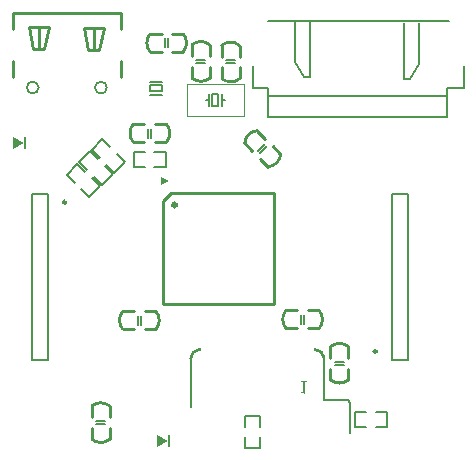
<source format=gbo>
G04*
G04 #@! TF.GenerationSoftware,Altium Limited,Altium Designer,21.5.1 (32)*
G04*
G04 Layer_Color=32896*
%FSLAX25Y25*%
%MOIN*%
G70*
G04*
G04 #@! TF.SameCoordinates,7B5D3A8B-CDFD-4B31-A324-F985B6E4613D*
G04*
G04*
G04 #@! TF.FilePolarity,Positive*
G04*
G01*
G75*
%ADD10C,0.01000*%
%ADD11C,0.00984*%
%ADD12C,0.00500*%
%ADD13C,0.00787*%
%ADD14C,0.00800*%
%ADD67C,0.00591*%
%ADD68C,0.01575*%
%ADD69C,0.00600*%
%ADD70C,0.00394*%
%ADD71R,0.00787X0.03937*%
G36*
X57932Y12369D02*
Y8432D01*
X61475Y10400D01*
X57932Y12369D01*
D02*
G37*
G36*
X9918Y111669D02*
Y107731D01*
X13461Y109700D01*
X9918Y111669D01*
D02*
G37*
G36*
X61833Y96950D02*
X59077Y95572D01*
Y98328D01*
X61833Y96950D01*
D02*
G37*
G36*
X107679Y29913D02*
X107391D01*
X107324Y29908D01*
X107269Y29902D01*
X107224Y29891D01*
X107185Y29874D01*
X107152Y29863D01*
X107130Y29852D01*
X107119Y29847D01*
X107113Y29841D01*
X107080Y29808D01*
X107058Y29769D01*
X107041Y29730D01*
X107030Y29691D01*
X107024Y29658D01*
X107019Y29630D01*
Y29608D01*
Y29602D01*
Y26061D01*
X106825D01*
X106786Y26134D01*
X106741Y26195D01*
X106702Y26245D01*
X106658Y26283D01*
X106625Y26311D01*
X106597Y26333D01*
X106575Y26344D01*
X106569Y26350D01*
X106508Y26378D01*
X106442Y26395D01*
X106369Y26411D01*
X106303Y26417D01*
X106242Y26422D01*
X106197Y26428D01*
X105887D01*
Y26683D01*
X106358D01*
X106414Y26689D01*
X106458Y26705D01*
X106480Y26722D01*
X106486Y26728D01*
X106514Y26761D01*
X106525Y26794D01*
X106530Y26822D01*
Y26827D01*
Y26833D01*
Y29602D01*
X106525Y29658D01*
X106519Y29708D01*
X106503Y29747D01*
X106486Y29780D01*
X106469Y29808D01*
X106458Y29824D01*
X106447Y29836D01*
X106442Y29841D01*
X106403Y29863D01*
X106364Y29880D01*
X106264Y29902D01*
X106225Y29908D01*
X106186Y29913D01*
X105887D01*
Y30169D01*
X107679D01*
Y29913D01*
D02*
G37*
D10*
X113427Y37816D02*
G03*
X110474Y40769I-2953J0D01*
G01*
X71970Y40769D02*
G03*
X69017Y37816I0J-2953D01*
G01*
X61000Y110000D02*
G03*
X60948Y115856I-3545J2897D01*
G01*
X49800Y115800D02*
G03*
X49852Y109944I3545J-2897D01*
G01*
X55400Y145900D02*
G03*
X55452Y140044I3545J-2897D01*
G01*
X66600Y140100D02*
G03*
X66548Y145956I-3545J2897D01*
G01*
X69500Y131200D02*
G03*
X75356Y131252I2897J3545D01*
G01*
X75300Y142400D02*
G03*
X69444Y142348I-2897J-3545D01*
G01*
X79400Y131000D02*
G03*
X85256Y131052I2897J3545D01*
G01*
X85200Y142200D02*
G03*
X79344Y142148I-2897J-3545D01*
G01*
X94905Y101694D02*
G03*
X99009Y105871I-458J4555D01*
G01*
X91087Y113715D02*
G03*
X86983Y109537I458J-4555D01*
G01*
X111900Y47900D02*
G03*
X111848Y53756I-3545J2897D01*
G01*
X100700Y53700D02*
G03*
X100752Y47844I3545J-2897D01*
G01*
X121500Y41800D02*
G03*
X115644Y41748I-2897J-3545D01*
G01*
X115700Y30600D02*
G03*
X121556Y30652I2897J3545D01*
G01*
X46300Y53400D02*
G03*
X46352Y47544I3545J-2897D01*
G01*
X57500Y47600D02*
G03*
X57448Y53456I-3545J2897D01*
G01*
X36100Y10800D02*
G03*
X41956Y10852I2897J3545D01*
G01*
X41900Y22000D02*
G03*
X36044Y21948I-2897J-3545D01*
G01*
X20052Y140848D02*
X21802Y148328D01*
X15130D02*
X21802D01*
X15130D02*
X16607Y140848D01*
X20052D01*
X18477Y141635D02*
Y148328D01*
X36784Y140548D02*
Y148028D01*
X34914Y140548D02*
X38359D01*
X33437Y148028D02*
X34914Y140548D01*
X33437Y148028D02*
X40109D01*
X38359Y140548D02*
X40109Y148028D01*
X9722Y131552D02*
X9722Y137052D01*
Y147552D02*
Y153052D01*
X45722D01*
Y147552D02*
Y153052D01*
X45722Y131552D02*
X45722Y137052D01*
X96676Y55906D02*
Y92914D01*
X59668Y55906D02*
X96676D01*
X62424Y92914D02*
X96676D01*
X59668Y90158D02*
X62424Y92914D01*
X59668Y55906D02*
Y90158D01*
X49900Y115900D02*
X53600Y115900D01*
X49900Y109900D02*
X53600Y109900D01*
X57100D02*
X60900Y109900D01*
X57100Y115900D02*
X60800Y115900D01*
X62800Y140000D02*
X66500D01*
X62800Y146000D02*
X66500D01*
X55500D02*
X59300Y146000D01*
X55600Y140000D02*
X59300Y140000D01*
X75400Y138600D02*
X75400Y142300D01*
X69400Y138600D02*
X69400Y142300D01*
X69400Y131300D02*
Y135100D01*
X75400Y131400D02*
X75400Y135100D01*
X85300Y142100D02*
X85300Y138400D01*
X79300Y142100D02*
X79300Y138400D01*
X79300Y134900D02*
X79300Y131100D01*
X85300Y131200D02*
X85300Y134900D01*
X91228Y113715D02*
X93844Y111098D01*
X86985Y109472D02*
X89602Y106856D01*
X92077Y104381D02*
X94764Y101694D01*
X96319Y108623D02*
X98936Y106007D01*
X100800Y53800D02*
X104500Y53800D01*
X100800Y47800D02*
X104500Y47800D01*
X108000Y47800D02*
X111800D01*
X108000Y53800D02*
X111700D01*
X115600Y34400D02*
X115600Y30700D01*
X121600D02*
X121600Y34400D01*
X121600Y37900D02*
Y41700D01*
X115600Y37900D02*
Y41600D01*
X53700Y47500D02*
X57400D01*
X53700Y53500D02*
X57400D01*
X46400D02*
X50200D01*
X46500Y47500D02*
X50200D01*
X42000Y21900D02*
X42000Y18200D01*
X36000D02*
X36000Y21900D01*
Y10900D02*
Y14700D01*
X42000Y11000D02*
Y14700D01*
D11*
X27461Y89862D02*
G03*
X27461Y89862I-492J0D01*
G01*
X131004Y40059D02*
G03*
X131004Y40059I-492J0D01*
G01*
D12*
X55837Y111430D02*
Y114383D01*
X54853Y111430D02*
Y114383D01*
X60563Y141517D02*
Y144470D01*
X61547Y141517D02*
Y144470D01*
X70930Y136363D02*
X73883Y136363D01*
X70930Y137347D02*
X73883Y137347D01*
X80830Y136163D02*
X83783D01*
X80830Y137147D02*
X83783D01*
X92266Y106356D02*
X94354Y108444D01*
X91570Y107052D02*
X93658Y109140D01*
X106737Y49330D02*
Y52283D01*
X105753Y49330D02*
Y52283D01*
X117117Y36637D02*
X120070D01*
X117117Y35653D02*
X120070D01*
X51463Y49017D02*
Y51970D01*
X52447Y49017D02*
Y51970D01*
X37530Y15963D02*
X40483D01*
X37530Y16947D02*
X40483D01*
D13*
X94879Y150110D02*
X154985D01*
X89879Y128063D02*
X94879D01*
X89879D02*
Y135110D01*
X154485Y128063D02*
X159985D01*
Y135110D01*
X94879Y125110D02*
X154485Y125110D01*
X108658Y131606D02*
X108658Y150110D01*
X106658Y131606D02*
X108658Y131606D01*
X103658Y136606D02*
X106658Y131606D01*
X103658Y136606D02*
Y150110D01*
X145099Y136106D02*
Y149610D01*
X142099Y131106D02*
X145099Y136106D01*
X140099Y131106D02*
X142099D01*
X140099D02*
Y149610D01*
X94879Y118110D02*
Y128063D01*
Y118110D02*
X154485D01*
Y128063D01*
X15945Y37205D02*
X21457D01*
X15945Y92716D02*
X21457D01*
X15945Y37205D02*
Y92716D01*
X21457Y37205D02*
Y92716D01*
X136024D02*
X141535Y92716D01*
X136024Y37205D02*
X141535D01*
Y92716D01*
X136024Y37205D02*
Y92716D01*
X130675Y19959D02*
X134415Y19959D01*
X123785D02*
X127525Y19959D01*
X130675Y14841D02*
X134415Y14841D01*
X123785D02*
X127525Y14841D01*
X123785Y14841D02*
Y19959D01*
X134415Y14841D02*
Y19959D01*
X35977Y107289D02*
X38622Y104644D01*
X40849Y102417D02*
X43494Y99773D01*
X39596Y110908D02*
X42241Y108263D01*
X44468Y106036D02*
X47113Y103392D01*
X43494Y99773D02*
X47113Y103392D01*
X35977Y107289D02*
X39596Y110908D01*
X27632Y99049D02*
X30277Y96404D01*
X32504Y94177D02*
X35149Y91532D01*
X31251Y102668D02*
X33896Y100023D01*
X36123Y97796D02*
X38768Y95151D01*
X35149Y91532D02*
X38768Y95151D01*
X27632Y99049D02*
X31251Y102668D01*
X40323Y101919D02*
X42968Y99274D01*
X35452Y106790D02*
X38096Y104146D01*
X36704Y98300D02*
X39349Y95655D01*
X31833Y103172D02*
X34477Y100527D01*
X31833Y103172D02*
X35452Y106790D01*
X39349Y95655D02*
X42968Y99274D01*
X49985Y101441D02*
Y106559D01*
X60615Y101441D02*
Y106559D01*
X56875Y106559D02*
X60615Y106559D01*
X49985D02*
X53725Y106559D01*
X56875Y101441D02*
X60615Y101441D01*
X49985D02*
X53725Y101441D01*
X87041Y18615D02*
X92159D01*
X87041Y7985D02*
X92159D01*
X92159Y11725D01*
X92159Y18615D02*
X92159Y14875D01*
X87041Y11725D02*
X87041Y7985D01*
X87041Y14875D02*
X87041Y18615D01*
D14*
X122247Y12894D02*
Y22894D01*
X121301Y23839D02*
X122247Y22894D01*
X113427Y23839D02*
X121301Y23839D01*
X113427Y23839D02*
Y38800D01*
X69017Y21700D02*
Y38800D01*
D67*
X18313Y128100D02*
G03*
X18313Y128100I-1969J0D01*
G01*
X41069Y128100D02*
G03*
X41069Y128100I-1969J0D01*
G01*
D68*
X63998Y88977D02*
G03*
X63998Y88977I-394J0D01*
G01*
D69*
X79400Y124000D02*
X80400D01*
X74000D02*
X75000D01*
Y122000D02*
Y126000D01*
X79400Y122000D02*
Y126000D01*
X76200D02*
X78200D01*
X76200Y122000D02*
Y126000D01*
Y122000D02*
X78200D01*
Y126000D01*
X55500Y128900D02*
X59500D01*
Y126900D02*
Y128900D01*
X55500Y126900D02*
X59500D01*
X55500D02*
Y128900D01*
Y130100D02*
X59500D01*
X55500Y125700D02*
X59500D01*
D70*
X67700Y129400D02*
X86700D01*
X67700Y118600D02*
Y129400D01*
X86700Y118600D02*
Y129400D01*
X67700Y118600D02*
X86700D01*
D71*
X13855Y109701D02*
D03*
X61870Y10400D02*
D03*
M02*

</source>
